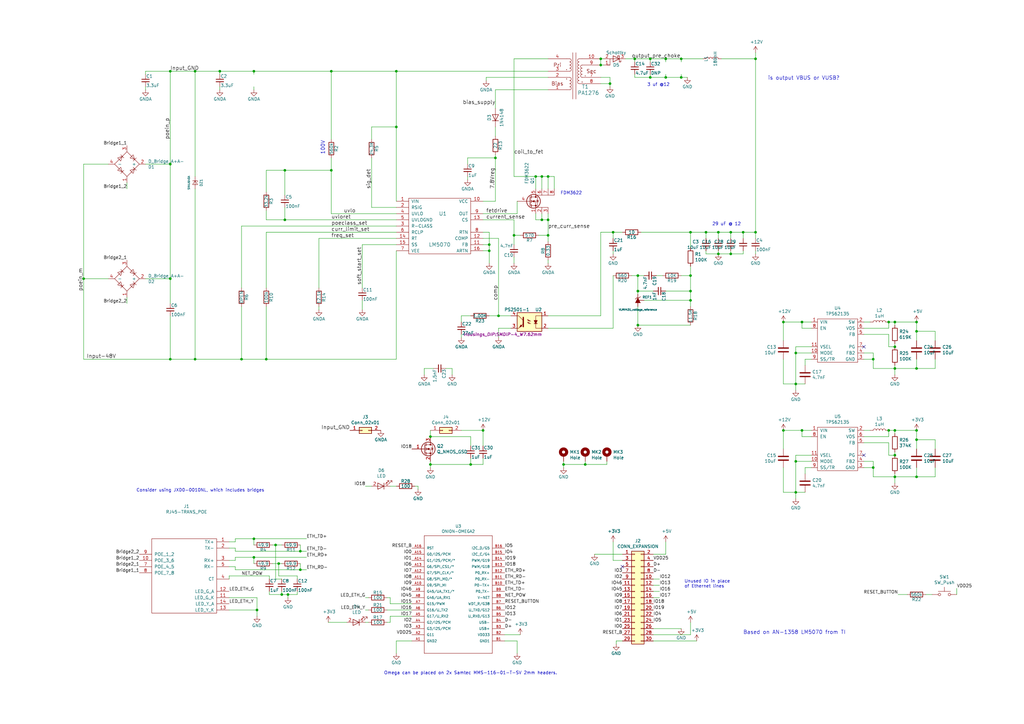
<source format=kicad_sch>
(kicad_sch (version 20230121) (generator eeschema)
  (paper "A3")
  (title_block (date "26 feb 2015"))
  (junction (at 200.66 100.33))
  (junction (at 162.56 52.07))
  (junction (at 224.79 72.39))
  (junction (at 367.03 195.58))
  (junction (at 375.92 132.08))
  (junction (at 309.88 24.13))
  (junction (at 224.79 96.52))
  (junction (at 283.21 119.38))
  (junction (at 326.39 144.78))
  (junction (at 69.85 67.31))
  (junction (at 260.35 24.13))
  (junction (at 113.03 223.52))
  (junction (at 364.49 132.08))
  (junction (at 375.92 195.58))
  (junction (at 299.72 95.25))
  (junction (at 328.93 132.08))
  (junction (at 367.03 186.69))
  (junction (at 115.57 243.84))
  (junction (at 240.03 190.5))
  (junction (at 358.14 147.32))
  (junction (at 69.85 114.3))
  (junction (at 304.8 95.25))
  (junction (at 326.39 189.23))
  (junction (at 222.25 72.39))
  (junction (at 246.38 26.67))
  (junction (at 90.17 29.21))
  (junction (at 176.53 179.07))
  (junction (at 283.21 123.19))
  (junction (at 246.38 24.13))
  (junction (at 135.89 29.21))
  (junction (at 289.56 95.25))
  (junction (at 219.71 72.39))
  (junction (at 375.92 135.89))
  (junction (at 299.72 104.14))
  (junction (at 231.14 190.5))
  (junction (at 162.56 29.21))
  (junction (at 273.05 24.13))
  (junction (at 261.62 113.03))
  (junction (at 364.49 176.53))
  (junction (at 105.41 250.19))
  (junction (at 176.53 190.5))
  (junction (at 210.82 96.52))
  (junction (at 200.66 102.87))
  (junction (at 104.14 29.21))
  (junction (at 309.88 95.25))
  (junction (at 250.19 34.29))
  (junction (at 367.03 132.08))
  (junction (at 114.3 231.14))
  (junction (at 328.93 176.53))
  (junction (at 261.62 119.38))
  (junction (at 375.92 176.53))
  (junction (at 224.79 90.17))
  (junction (at 294.64 104.14))
  (junction (at 104.14 228.6))
  (junction (at 279.4 24.13))
  (junction (at 266.7 24.13))
  (junction (at 104.14 220.98))
  (junction (at 135.89 69.85))
  (junction (at 69.85 29.21))
  (junction (at 367.03 176.53))
  (junction (at 367.03 142.24))
  (junction (at 109.22 147.32))
  (junction (at 34.29 114.3))
  (junction (at 261.62 133.35))
  (junction (at 204.47 129.54))
  (junction (at 69.85 147.32))
  (junction (at 222.25 90.17))
  (junction (at 80.01 29.21))
  (junction (at 326.39 157.48))
  (junction (at 283.21 113.03))
  (junction (at 116.84 69.85))
  (junction (at 326.39 201.93))
  (junction (at 273.05 31.75))
  (junction (at 321.31 132.08))
  (junction (at 266.7 31.75))
  (junction (at 358.14 191.77))
  (junction (at 123.19 233.68))
  (junction (at 367.03 151.13))
  (junction (at 279.4 31.75))
  (junction (at 123.19 226.06))
  (junction (at 375.92 151.13))
  (junction (at 116.84 90.17))
  (junction (at 321.31 176.53))
  (junction (at 193.04 190.5))
  (junction (at 283.21 95.25))
  (junction (at 118.11 243.84))
  (junction (at 80.01 147.32))
  (junction (at 203.2 64.77))
  (junction (at 198.12 176.53))
  (junction (at 251.46 95.25))
  (junction (at 375.92 180.34))
  (junction (at 294.64 95.25))
  (junction (at 99.06 147.32))
  (no_connect (at 354.33 142.24))
  (no_connect (at 255.27 232.41))
  (no_connect (at 354.33 186.69))
  (wire (pts (xy 212.09 262.89) (xy 212.09 267.97)))
  (wire (pts (xy 309.88 102.87) (xy 309.88 104.14)))
  (wire (pts (xy 354.33 144.78) (xy 358.14 144.78)))
  (wire (pts (xy 326.39 142.24) (xy 326.39 144.78)))
  (wire (pts (xy 279.4 24.13) (xy 279.4 25.4)))
  (wire (pts (xy 354.33 134.62) (xy 364.49 134.62)))
  (wire (pts (xy 134.62 255.27) (xy 142.24 255.27)))
  (wire (pts (xy 176.53 190.5) (xy 176.53 191.77)))
  (wire (pts (xy 358.14 195.58) (xy 367.03 195.58)))
  (wire (pts (xy 266.7 30.48) (xy 266.7 31.75)))
  (wire (pts (xy 207.01 260.35) (xy 213.36 260.35)))
  (wire (pts (xy 114.3 231.14) (xy 114.3 236.22)))
  (wire (pts (xy 332.74 144.78) (xy 326.39 144.78)))
  (wire (pts (xy 109.22 118.11) (xy 109.22 95.25)))
  (wire (pts (xy 326.39 144.78) (xy 326.39 157.48)))
  (wire (pts (xy 326.39 157.48) (xy 330.2 157.48)))
  (wire (pts (xy 375.92 180.34) (xy 383.54 180.34)))
  (wire (pts (xy 210.82 96.52) (xy 210.82 100.33)))
  (wire (pts (xy 330.2 191.77) (xy 330.2 194.31)))
  (wire (pts (xy 328.93 134.62) (xy 328.93 132.08)))
  (wire (pts (xy 203.2 36.83) (xy 224.79 36.83)))
  (wire (pts (xy 364.49 181.61) (xy 354.33 181.61)))
  (wire (pts (xy 151.13 245.11) (xy 149.86 245.11)))
  (wire (pts (xy 289.56 95.25) (xy 294.64 95.25)))
  (wire (pts (xy 252.73 262.89) (xy 255.27 262.89)))
  (wire (pts (xy 219.71 87.63) (xy 219.71 90.17)))
  (wire (pts (xy 246.38 24.13) (xy 246.38 26.67)))
  (wire (pts (xy 109.22 86.36) (xy 109.22 90.17)))
  (wire (pts (xy 212.09 87.63) (xy 212.09 82.55)))
  (wire (pts (xy 171.45 199.39) (xy 171.45 200.66)))
  (wire (pts (xy 152.4 52.07) (xy 162.56 52.07)))
  (wire (pts (xy 375.92 180.34) (xy 375.92 184.15)))
  (wire (pts (xy 321.31 139.7) (xy 321.31 132.08)))
  (wire (pts (xy 375.92 176.53) (xy 375.92 180.34)))
  (wire (pts (xy 375.92 195.58) (xy 375.92 191.77)))
  (wire (pts (xy 152.4 64.77) (xy 152.4 85.09)))
  (wire (pts (xy 123.19 226.06) (xy 125.73 226.06)))
  (wire (pts (xy 330.2 147.32) (xy 330.2 149.86)))
  (wire (pts (xy 162.56 262.89) (xy 162.56 267.97)))
  (wire (pts (xy 199.39 31.75) (xy 224.79 31.75)))
  (wire (pts (xy 367.03 151.13) (xy 367.03 153.67)))
  (wire (pts (xy 294.64 104.14) (xy 289.56 104.14)))
  (wire (pts (xy 294.64 102.87) (xy 294.64 104.14)))
  (wire (pts (xy 123.19 233.68) (xy 125.73 233.68)))
  (wire (pts (xy 170.18 199.39) (xy 171.45 199.39)))
  (wire (pts (xy 383.54 195.58) (xy 375.92 195.58)))
  (wire (pts (xy 193.04 187.96) (xy 193.04 190.5)))
  (wire (pts (xy 309.88 24.13) (xy 309.88 21.59)))
  (wire (pts (xy 203.2 82.55) (xy 198.12 82.55)))
  (wire (pts (xy 309.88 24.13) (xy 309.88 95.25)))
  (wire (pts (xy 304.8 97.79) (xy 304.8 95.25)))
  (wire (pts (xy 326.39 201.93) (xy 326.39 204.47)))
  (wire (pts (xy 267.97 245.11) (xy 270.51 245.11)))
  (wire (pts (xy 93.98 237.49) (xy 93.98 236.22)))
  (wire (pts (xy 326.39 186.69) (xy 326.39 189.23)))
  (wire (pts (xy 273.05 24.13) (xy 279.4 24.13)))
  (wire (pts (xy 198.12 187.96) (xy 198.12 190.5)))
  (wire (pts (xy 185.42 151.13) (xy 185.42 153.67)))
  (wire (pts (xy 273.05 31.75) (xy 279.4 31.75)))
  (wire (pts (xy 246.38 95.25) (xy 251.46 95.25)))
  (wire (pts (xy 261.62 113.03) (xy 261.62 119.38)))
  (wire (pts (xy 115.57 223.52) (xy 113.03 223.52)))
  (wire (pts (xy 224.79 96.52) (xy 224.79 99.06)))
  (wire (pts (xy 246.38 26.67) (xy 247.65 26.67)))
  (wire (pts (xy 283.21 123.19) (xy 283.21 125.73)))
  (wire (pts (xy 114.3 236.22) (xy 121.92 236.22)))
  (wire (pts (xy 321.31 176.53) (xy 328.93 176.53)))
  (wire (pts (xy 80.01 72.39) (xy 80.01 29.21)))
  (wire (pts (xy 118.11 243.84) (xy 118.11 245.11)))
  (wire (pts (xy 96.52 226.06) (xy 123.19 226.06)))
  (wire (pts (xy 283.21 109.22) (xy 283.21 113.03)))
  (wire (pts (xy 93.98 250.19) (xy 105.41 250.19)))
  (wire (pts (xy 250.19 31.75) (xy 250.19 34.29)))
  (wire (pts (xy 251.46 97.79) (xy 251.46 95.25)))
  (wire (pts (xy 99.06 147.32) (xy 109.22 147.32)))
  (wire (pts (xy 367.03 151.13) (xy 367.03 149.86)))
  (wire (pts (xy 203.2 64.77) (xy 203.2 82.55)))
  (wire (pts (xy 160.02 247.65) (xy 168.91 247.65)))
  (wire (pts (xy 367.03 186.69) (xy 367.03 185.42)))
  (wire (pts (xy 283.21 133.35) (xy 261.62 133.35)))
  (wire (pts (xy 210.82 105.41) (xy 210.82 107.95)))
  (wire (pts (xy 267.97 257.81) (xy 279.4 257.81)))
  (wire (pts (xy 367.03 151.13) (xy 375.92 151.13)))
  (wire (pts (xy 203.2 44.45) (xy 203.2 36.83)))
  (wire (pts (xy 93.98 222.25) (xy 96.52 222.25)))
  (wire (pts (xy 148.59 100.33) (xy 162.56 100.33)))
  (wire (pts (xy 367.03 132.08) (xy 364.49 132.08)))
  (wire (pts (xy 294.64 97.79) (xy 294.64 95.25)))
  (wire (pts (xy 104.14 29.21) (xy 135.89 29.21)))
  (wire (pts (xy 283.21 95.25) (xy 289.56 95.25)))
  (wire (pts (xy 176.53 190.5) (xy 193.04 190.5)))
  (wire (pts (xy 160.02 199.39) (xy 162.56 199.39)))
  (wire (pts (xy 295.91 24.13) (xy 309.88 24.13)))
  (wire (pts (xy 135.89 57.15) (xy 135.89 29.21)))
  (wire (pts (xy 113.03 223.52) (xy 113.03 237.49)))
  (wire (pts (xy 115.57 231.14) (xy 114.3 231.14)))
  (wire (pts (xy 294.64 95.25) (xy 299.72 95.25)))
  (wire (pts (xy 250.19 34.29) (xy 250.19 35.56)))
  (wire (pts (xy 104.14 220.98) (xy 125.73 220.98)))
  (wire (pts (xy 267.97 242.57) (xy 270.51 242.57)))
  (wire (pts (xy 332.74 179.07) (xy 328.93 179.07)))
  (wire (pts (xy 227.33 72.39) (xy 224.79 72.39)))
  (wire (pts (xy 273.05 24.13) (xy 273.05 25.4)))
  (wire (pts (xy 289.56 104.14) (xy 289.56 102.87)))
  (wire (pts (xy 162.56 29.21) (xy 224.79 29.21)))
  (wire (pts (xy 279.4 113.03) (xy 283.21 113.03)))
  (wire (pts (xy 273.05 30.48) (xy 273.05 31.75)))
  (wire (pts (xy 224.79 24.13) (xy 210.82 24.13)))
  (wire (pts (xy 149.86 199.39) (xy 152.4 199.39)))
  (wire (pts (xy 200.66 129.54) (xy 204.47 129.54)))
  (wire (pts (xy 246.38 24.13) (xy 247.65 24.13)))
  (wire (pts (xy 189.23 137.16) (xy 189.23 138.43)))
  (wire (pts (xy 96.52 222.25) (xy 96.52 220.98)))
  (wire (pts (xy 246.38 129.54) (xy 224.79 129.54)))
  (wire (pts (xy 321.31 184.15) (xy 321.31 176.53)))
  (wire (pts (xy 251.46 134.62) (xy 251.46 113.03)))
  (wire (pts (xy 116.84 80.01) (xy 116.84 69.85)))
  (wire (pts (xy 52.07 121.92) (xy 52.07 124.46)))
  (wire (pts (xy 104.14 220.98) (xy 104.14 223.52)))
  (wire (pts (xy 332.74 142.24) (xy 326.39 142.24)))
  (wire (pts (xy 173.99 153.67) (xy 173.99 151.13)))
  (wire (pts (xy 93.98 229.87) (xy 96.52 229.87)))
  (wire (pts (xy 176.53 176.53) (xy 176.53 179.07)))
  (wire (pts (xy 193.04 129.54) (xy 189.23 129.54)))
  (wire (pts (xy 224.79 106.68) (xy 224.79 107.95)))
  (wire (pts (xy 109.22 95.25) (xy 162.56 95.25)))
  (wire (pts (xy 367.03 133.35) (xy 367.03 132.08)))
  (wire (pts (xy 354.33 147.32) (xy 358.14 147.32)))
  (wire (pts (xy 252.73 262.89) (xy 252.73 264.16)))
  (wire (pts (xy 283.21 119.38) (xy 283.21 123.19)))
  (wire (pts (xy 251.46 229.87) (xy 255.27 229.87)))
  (wire (pts (xy 375.92 135.89) (xy 383.54 135.89)))
  (wire (pts (xy 364.49 134.62) (xy 364.49 132.08)))
  (wire (pts (xy 251.46 95.25) (xy 255.27 95.25)))
  (wire (pts (xy 34.29 114.3) (xy 34.29 147.32)))
  (wire (pts (xy 148.59 123.19) (xy 148.59 127)))
  (wire (pts (xy 200.66 102.87) (xy 200.66 107.95)))
  (wire (pts (xy 59.69 35.56) (xy 59.69 36.83)))
  (wire (pts (xy 392.43 243.84) (xy 392.43 241.3)))
  (wire (pts (xy 80.01 29.21) (xy 90.17 29.21)))
  (wire (pts (xy 198.12 90.17) (xy 210.82 90.17)))
  (wire (pts (xy 115.57 243.84) (xy 118.11 243.84)))
  (wire (pts (xy 118.11 243.84) (xy 121.92 243.84)))
  (wire (pts (xy 109.22 69.85) (xy 116.84 69.85)))
  (wire (pts (xy 59.69 114.3) (xy 69.85 114.3)))
  (wire (pts (xy 113.03 237.49) (xy 115.57 237.49)))
  (wire (pts (xy 367.03 142.24) (xy 367.03 140.97)))
  (wire (pts (xy 299.72 104.14) (xy 299.72 102.87)))
  (wire (pts (xy 367.03 195.58) (xy 367.03 194.31)))
  (wire (pts (xy 210.82 96.52) (xy 213.36 96.52)))
  (wire (pts (xy 160.02 252.73) (xy 168.91 252.73)))
  (wire (pts (xy 328.93 132.08) (xy 332.74 132.08)))
  (wire (pts (xy 200.66 100.33) (xy 200.66 102.87)))
  (wire (pts (xy 69.85 67.31) (xy 69.85 114.3)))
  (wire (pts (xy 93.98 236.22) (xy 110.49 236.22)))
  (wire (pts (xy 379.73 243.84) (xy 382.27 243.84)))
  (wire (pts (xy 364.49 179.07) (xy 364.49 176.53)))
  (wire (pts (xy 326.39 201.93) (xy 330.2 201.93)))
  (wire (pts (xy 210.82 72.39) (xy 219.71 72.39)))
  (wire (pts (xy 368.3 243.84) (xy 372.11 243.84)))
  (wire (pts (xy 222.25 72.39) (xy 224.79 72.39)))
  (wire (pts (xy 332.74 147.32) (xy 330.2 147.32)))
  (wire (pts (xy 204.47 134.62) (xy 204.47 138.43)))
  (wire (pts (xy 283.21 113.03) (xy 283.21 119.38)))
  (wire (pts (xy 332.74 134.62) (xy 328.93 134.62)))
  (wire (pts (xy 273.05 227.33) (xy 273.05 222.25)))
  (wire (pts (xy 354.33 189.23) (xy 358.14 189.23)))
  (wire (pts (xy 383.54 135.89) (xy 383.54 139.7)))
  (wire (pts (xy 209.55 134.62) (xy 204.47 134.62)))
  (wire (pts (xy 200.66 100.33) (xy 198.12 100.33)))
  (wire (pts (xy 104.14 228.6) (xy 125.73 228.6)))
  (wire (pts (xy 246.38 95.25) (xy 246.38 129.54)))
  (wire (pts (xy 135.89 69.85) (xy 135.89 87.63)))
  (wire (pts (xy 160.02 255.27) (xy 158.75 255.27)))
  (wire (pts (xy 160.02 247.65) (xy 160.02 245.11)))
  (wire (pts (xy 96.52 228.6) (xy 104.14 228.6)))
  (wire (pts (xy 246.38 31.75) (xy 250.19 31.75)))
  (wire (pts (xy 328.93 176.53) (xy 332.74 176.53)))
  (wire (pts (xy 240.03 190.5) (xy 248.92 190.5)))
  (wire (pts (xy 160.02 245.11) (xy 158.75 245.11)))
  (wire (pts (xy 224.79 77.47) (xy 224.79 72.39)))
  (wire (pts (xy 204.47 97.79) (xy 204.47 129.54)))
  (wire (pts (xy 299.72 97.79) (xy 299.72 95.25)))
  (wire (pts (xy 96.52 233.68) (xy 123.19 233.68)))
  (wire (pts (xy 224.79 90.17) (xy 224.79 96.52)))
  (wire (pts (xy 198.12 97.79) (xy 204.47 97.79)))
  (wire (pts (xy 354.33 191.77) (xy 358.14 191.77)))
  (wire (pts (xy 279.4 31.75) (xy 279.4 30.48)))
  (wire (pts (xy 203.2 64.77) (xy 191.77 64.77)))
  (wire (pts (xy 332.74 189.23) (xy 326.39 189.23)))
  (wire (pts (xy 110.49 237.49) (xy 110.49 236.22)))
  (wire (pts (xy 105.41 245.11) (xy 93.98 245.11)))
  (wire (pts (xy 116.84 69.85) (xy 135.89 69.85)))
  (wire (pts (xy 80.01 77.47) (xy 80.01 147.32)))
  (wire (pts (xy 231.14 190.5) (xy 240.03 190.5)))
  (wire (pts (xy 367.03 176.53) (xy 375.92 176.53)))
  (wire (pts (xy 152.4 85.09) (xy 162.56 85.09)))
  (wire (pts (xy 52.07 74.93) (xy 52.07 77.47)))
  (wire (pts (xy 222.25 87.63) (xy 222.25 90.17)))
  (wire (pts (xy 219.71 72.39) (xy 222.25 72.39)))
  (wire (pts (xy 222.25 90.17) (xy 224.79 90.17)))
  (wire (pts (xy 358.14 191.77) (xy 358.14 195.58)))
  (wire (pts (xy 110.49 243.84) (xy 115.57 243.84)))
  (wire (pts (xy 375.92 135.89) (xy 375.92 139.7)))
  (wire (pts (xy 198.12 176.53) (xy 189.23 176.53)))
  (wire (pts (xy 168.91 262.89) (xy 162.56 262.89)))
  (wire (pts (xy 96.52 220.98) (xy 104.14 220.98)))
  (wire (pts (xy 367.03 186.69) (xy 364.49 186.69)))
  (wire (pts (xy 104.14 228.6) (xy 104.14 231.14)))
  (wire (pts (xy 261.62 119.38) (xy 261.62 120.65)))
  (wire (pts (xy 321.31 132.08) (xy 328.93 132.08)))
  (wire (pts (xy 279.4 31.75) (xy 281.94 31.75)))
  (wire (pts (xy 367.03 176.53) (xy 364.49 176.53)))
  (wire (pts (xy 279.4 24.13) (xy 288.29 24.13)))
  (wire (pts (xy 224.79 87.63) (xy 224.79 90.17)))
  (wire (pts (xy 256.54 24.13) (xy 260.35 24.13)))
  (wire (pts (xy 162.56 29.21) (xy 162.56 52.07)))
  (wire (pts (xy 191.77 64.77) (xy 191.77 67.31)))
  (wire (pts (xy 93.98 224.79) (xy 96.52 224.79)))
  (wire (pts (xy 383.54 151.13) (xy 375.92 151.13)))
  (wire (pts (xy 269.24 113.03) (xy 271.78 113.03)))
  (wire (pts (xy 222.25 72.39) (xy 222.25 77.47)))
  (wire (pts (xy 69.85 129.54) (xy 69.85 147.32)))
  (wire (pts (xy 304.8 95.25) (xy 309.88 95.25)))
  (wire (pts (xy 44.45 67.31) (xy 34.29 67.31)))
  (wire (pts (xy 358.14 147.32) (xy 358.14 151.13)))
  (wire (pts (xy 105.41 250.19) (xy 105.41 252.73)))
  (wire (pts (xy 198.12 95.25) (xy 200.66 95.25)))
  (wire (pts (xy 227.33 72.39) (xy 227.33 77.47)))
  (wire (pts (xy 260.35 24.13) (xy 260.35 25.4)))
  (wire (pts (xy 358.14 151.13) (xy 367.03 151.13)))
  (wire (pts (xy 266.7 24.13) (xy 266.7 25.4)))
  (wire (pts (xy 198.12 87.63) (xy 212.09 87.63)))
  (wire (pts (xy 383.54 180.34) (xy 383.54 184.15)))
  (wire (pts (xy 260.35 30.48) (xy 260.35 31.75)))
  (wire (pts (xy 34.29 147.32) (xy 69.85 147.32)))
  (wire (pts (xy 309.88 97.79) (xy 309.88 95.25)))
  (wire (pts (xy 104.14 30.48) (xy 104.14 29.21)))
  (wire (pts (xy 246.38 34.29) (xy 250.19 34.29)))
  (wire (pts (xy 130.81 125.73) (xy 130.81 127)))
  (wire (pts (xy 255.27 227.33) (xy 243.84 227.33)))
  (wire (pts (xy 90.17 35.56) (xy 90.17 36.83)))
  (wire (pts (xy 90.17 29.21) (xy 104.14 29.21)))
  (wire (pts (xy 367.03 177.8) (xy 367.03 176.53)))
  (wire (pts (xy 267.97 262.89) (xy 285.75 262.89)))
  (wire (pts (xy 104.14 35.56) (xy 104.14 36.83)))
  (wire (pts (xy 219.71 90.17) (xy 222.25 90.17)))
  (wire (pts (xy 123.19 223.52) (xy 123.19 226.06)))
  (wire (pts (xy 267.97 237.49) (xy 270.51 237.49)))
  (wire (pts (xy 199.39 33.02) (xy 199.39 31.75)))
  (wire (pts (xy 176.53 189.23) (xy 176.53 190.5)))
  (wire (pts (xy 259.08 113.03) (xy 261.62 113.03)))
  (wire (pts (xy 283.21 101.6) (xy 283.21 95.25)))
  (wire (pts (xy 173.99 151.13) (xy 177.8 151.13)))
  (wire (pts (xy 109.22 69.85) (xy 109.22 78.74)))
  (wire (pts (xy 367.03 132.08) (xy 375.92 132.08)))
  (wire (pts (xy 383.54 147.32) (xy 383.54 151.13)))
  (wire (pts (xy 116.84 85.09) (xy 116.84 90.17)))
  (wire (pts (xy 69.85 114.3) (xy 69.85 124.46)))
  (wire (pts (xy 375.92 132.08) (xy 375.92 135.89)))
  (wire (pts (xy 69.85 29.21) (xy 69.85 67.31)))
  (wire (pts (xy 149.86 255.27) (xy 151.13 255.27)))
  (wire (pts (xy 162.56 147.32) (xy 162.56 102.87)))
  (wire (pts (xy 198.12 176.53) (xy 198.12 182.88)))
  (wire (pts (xy 121.92 242.57) (xy 121.92 243.84)))
  (wire (pts (xy 267.97 227.33) (xy 273.05 227.33)))
  (wire (pts (xy 69.85 147.32) (xy 80.01 147.32)))
  (wire (pts (xy 383.54 191.77) (xy 383.54 195.58)))
  (wire (pts (xy 267.97 240.03) (xy 270.51 240.03)))
  (wire (pts (xy 90.17 30.48) (xy 90.17 29.21)))
  (wire (pts (xy 326.39 201.93) (xy 321.31 201.93)))
  (wire (pts (xy 109.22 90.17) (xy 116.84 90.17)))
  (wire (pts (xy 354.33 179.07) (xy 364.49 179.07)))
  (wire (pts (xy 267.97 119.38) (xy 261.62 119.38)))
  (wire (pts (xy 69.85 29.21) (xy 80.01 29.21)))
  (wire (pts (xy 105.41 245.11) (xy 105.41 250.19)))
  (wire (pts (xy 332.74 186.69) (xy 326.39 186.69)))
  (wire (pts (xy 294.64 104.14) (xy 299.72 104.14)))
  (wire (pts (xy 152.4 57.15) (xy 152.4 52.07)))
  (wire (pts (xy 364.49 142.24) (xy 364.49 137.16)))
  (wire (pts (xy 364.49 186.69) (xy 364.49 181.61)))
  (wire (pts (xy 354.33 132.08) (xy 356.87 132.08)))
  (wire (pts (xy 299.72 95.25) (xy 304.8 95.25)))
  (wire (pts (xy 135.89 29.21) (xy 162.56 29.21)))
  (wire (pts (xy 96.52 232.41) (xy 96.52 233.68)))
  (wire (pts (xy 264.16 123.19) (xy 283.21 123.19)))
  (wire (pts (xy 273.05 119.38) (xy 283.21 119.38)))
  (wire (pts (xy 332.74 191.77) (xy 330.2 191.77)))
  (wire (pts (xy 59.69 29.21) (xy 69.85 29.21)))
  (wire (pts (xy 375.92 151.13) (xy 375.92 147.32)))
  (wire (pts (xy 260.35 24.13) (xy 266.7 24.13)))
  (wire (pts (xy 328.93 179.07) (xy 328.93 176.53)))
  (wire (pts (xy 158.75 250.19) (xy 168.91 250.19)))
  (wire (pts (xy 210.82 24.13) (xy 210.82 72.39)))
  (wire (pts (xy 59.69 30.48) (xy 59.69 29.21)))
  (wire (pts (xy 326.39 189.23) (xy 326.39 201.93)))
  (wire (pts (xy 96.52 229.87) (xy 96.52 228.6)))
  (wire (pts (xy 111.76 223.52) (xy 113.03 223.52)))
  (wire (pts (xy 193.04 179.07) (xy 193.04 182.88)))
  (wire (pts (xy 326.39 157.48) (xy 326.39 160.02)))
  (wire (pts (xy 364.49 137.16) (xy 354.33 137.16)))
  (wire (pts (xy 182.88 151.13) (xy 185.42 151.13)))
  (wire (pts (xy 200.66 102.87) (xy 198.12 102.87)))
  (wire (pts (xy 109.22 147.32) (xy 162.56 147.32)))
  (wire (pts (xy 283.21 260.35) (xy 283.21 255.27)))
  (wire (pts (xy 160.02 252.73) (xy 160.02 255.27)))
  (wire (pts (xy 59.69 67.31) (xy 69.85 67.31)))
  (wire (pts (xy 203.2 63.5) (xy 203.2 64.77)))
  (wire (pts (xy 135.89 64.77) (xy 135.89 69.85)))
  (wire (pts (xy 203.2 52.07) (xy 203.2 55.88)))
  (wire (pts (xy 148.59 118.11) (xy 148.59 100.33)))
  (wire (pts (xy 240.03 190.5) (xy 240.03 189.23)))
  (wire (pts (xy 251.46 222.25) (xy 251.46 229.87)))
  (wire (pts (xy 176.53 179.07) (xy 193.04 179.07)))
  (wire (pts (xy 191.77 72.39) (xy 191.77 73.66)))
  (wire (pts (xy 304.8 104.14) (xy 304.8 102.87)))
  (wire (pts (xy 115.57 242.57) (xy 115.57 243.84)))
  (wire (pts (xy 321.31 201.93) (xy 321.31 191.77)))
  (wire (pts (xy 358.14 189.23) (xy 358.14 191.77)))
  (wire (pts (xy 326.39 157.48) (xy 321.31 157.48)))
  (wire (pts (xy 99.06 92.71) (xy 162.56 92.71)))
  (wire (pts (xy 130.81 97.79) (xy 162.56 97.79)))
  (wire (pts (xy 267.97 260.35) (xy 283.21 260.35)))
  (wire (pts (xy 93.98 232.41) (xy 96.52 232.41)))
  (wire (pts (xy 262.89 95.25) (xy 283.21 95.25)))
  (wire (pts (xy 220.98 96.52) (xy 224.79 96.52)))
  (wire (pts (xy 109.22 125.73) (xy 109.22 147.32)))
  (wire (pts (xy 224.79 134.62) (xy 251.46 134.62)))
  (wire (pts (xy 367.03 142.24) (xy 364.49 142.24)))
  (wire (pts (xy 266.7 24.13) (xy 273.05 24.13)))
  (wire (pts (xy 151.13 250.19) (xy 149.86 250.19)))
  (wire (pts (xy 116.84 90.17) (xy 162.56 90.17)))
  (wire (pts (xy 251.46 102.87) (xy 251.46 104.14)))
  (wire (pts (xy 44.45 114.3) (xy 34.29 114.3)))
  (wire (pts (xy 367.03 195.58) (xy 375.92 195.58)))
  (wire (pts (xy 321.31 157.48) (xy 321.31 147.32)))
  (wire (pts (xy 99.06 125.73) (xy 99.06 147.32)))
  (wire (pts (xy 210.82 90.17) (xy 210.82 96.52)))
  (wire (pts (xy 207.01 262.89) (xy 212.09 262.89)))
  (wire (pts (xy 367.03 195.58) (xy 367.03 198.12)))
  (wire (pts (xy 204.47 129.54) (xy 209.55 129.54)))
  (wire (pts (xy 121.92 236.22) (xy 121.92 237.49)))
  (wire (pts (xy 354.33 176.53) (xy 356.87 176.53)))
  (wire (pts (xy 231.14 189.23) (xy 231.14 190.5)))
  (wire (pts (xy 219.71 72.39) (xy 219.71 77.47)))
  (wire (pts (xy 231.14 190.5) (xy 231.14 191.77)))
  (wire (pts (xy 358.14 144.78) (xy 358.14 147.32)))
  (wire (pts (xy 99.06 118.11) (xy 99.06 92.71)))
  (wire (pts (xy 110.49 242.57) (xy 110.49 243.84)))
  (wire (pts (xy 261.62 113.03) (xy 264.16 113.03)))
  (wire (pts (xy 260.35 31.75) (xy 266.7 31.75)))
  (wire (pts (xy 135.89 87.63) (xy 162.56 87.63)))
  (wire (pts (xy 80.01 147.32) (xy 99.06 147.32)))
  (wire (pts (xy 261.62 133.35) (xy 261.62 125.73)))
  (wire (pts (xy 34.29 67.31) (xy 34.29 114.3)))
  (wire (pts (xy 111.76 231.14) (xy 114.3 231.14)))
  (wire (pts (xy 130.81 118.11) (xy 130.81 97.79)))
  (wire (pts (xy 200.66 95.25) (xy 200.66 100.33)))
  (wire (pts (xy 162.56 52.07) (xy 162.56 82.55)))
  (wire (pts (xy 289.56 97.79) (xy 289.56 95.25)))
  (wire (pts (xy 299.72 104.14) (xy 304.8 104.14)))
  (wire (pts (xy 248.92 190.5) (xy 248.92 189.23)))
  (wire (pts (xy 266.7 31.75) (xy 273.05 31.75)))
  (wire (pts (xy 96.52 224.79) (xy 96.52 226.06)))
  (wire (pts (xy 198.12 190.5) (xy 193.04 190.5)))
  (wire (pts (xy 189.23 129.54) (xy 189.23 132.08)))
  (wire (pts (xy 123.19 231.14) (xy 123.19 233.68)))
  (text "Omega can be placed on 2x Samtec MMS-116-01-T-SV 2mm headers." (at 157.48 276.86 0) (effects (font (size 1.27 1.27)) (justify left bottom)))
  (text "FDM3622" (at 229.87 80.01 0) (effects (font (size 1.27 1.27)) (justify left bottom)))
  (text "Consider using JXD0-0010NL, which includes bridges" (at 55.88 201.93 0) (effects (font (size 1.27 1.27)) (justify left bottom)))
  (text "100V" (at 133.35 63.5 90) (effects (font (size 1.524 1.524)) (justify left bottom)))
  (text "Based on AN-1358 LM5070 from TI" (at 304.8 260.35 0) (effects (font (size 1.524 1.524)) (justify left bottom)))
  (text "is output VBUS or VUSB?\n" (at 314.96 33.02 0) (effects (font (size 1.524 1.524)) (justify left bottom)))
  (text "Unused IO in place \nof Ethernet lines" (at 280.67 241.3 0) (effects (font (size 1.27 1.27)) (justify left bottom)))
  (text "3 uf @12" (at 265.43 35.56 0) (effects (font (size 1.27 1.27)) (justify left bottom)))
  (text "29 uF @ 12" (at 292.1 92.71 0) (effects (font (size 1.27 1.27)) (justify left bottom)))
  (label "ETH_TD-" (at 125.73 226.06 0))
  (label "7.8Vreg" (at 203.2 77.47 90) (effects (font (size 1.524 1.524))))
  (label "IO45" (at 168.91 245.11 180))
  (label "IO7" (at 168.91 234.95 180))
  (label "IO16" (at 168.91 250.19 180))
  (label "IO3" (at 168.91 257.81 180))
  (label "VDD25" (at 392.43 241.3 0))
  (label "IO13" (at 207.01 252.73 0))
  (label "IO8" (at 168.91 237.49 180))
  (label "IO4" (at 267.97 252.73 0))
  (label "ETH_RD+" (at 207.01 234.95 0))
  (label "output_pre_choke" (at 259.08 24.13 0) (effects (font (size 1.524 1.524))))
  (label "D-" (at 207.01 255.27 0))
  (label "IO1" (at 255.27 255.27 180))
  (label "RESET_B" (at 255.27 260.35 180))
  (label "Bridge2_1" (at 57.15 232.41 180))
  (label "IO0" (at 255.27 257.81 180))
  (label "ETH_TD-" (at 207.01 242.57 0))
  (label "RESET_B" (at 168.91 224.79 180))
  (label "LED_ETH_Y" (at 149.86 250.19 180))
  (label "ETH_RD-" (at 207.01 237.49 0))
  (label "Bridge1_2" (at 57.15 229.87 180))
  (label "IO0" (at 168.91 227.33 180))
  (label "IO19" (at 267.97 250.19 0))
  (label "Bridge1_2" (at 52.07 77.47 180))
  (label "IO9" (at 255.27 245.11 180))
  (label "IO19" (at 207.01 229.87 0))
  (label "current_sense" (at 199.39 90.17 0) (effects (font (size 1.524 1.524))))
  (label "RESET_BUTTON" (at 207.01 247.65 0))
  (label "sig_det" (at 152.4 77.47 90) (effects (font (size 1.524 1.524))))
  (label "uvlo" (at 140.97 87.63 0) (effects (font (size 1.524 1.524))))
  (label "IO3" (at 255.27 234.95 180))
  (label "poeclass_set" (at 135.89 92.71 0) (effects (font (size 1.524 1.524))))
  (label "IO5" (at 267.97 255.27 0))
  (label "ETH_RD+" (at 125.73 228.6 0))
  (label "VDD25" (at 267.97 229.87 0))
  (label "curr_limit_set" (at 135.89 95.25 0) (effects (font (size 1.524 1.524))))
  (label "LED_ETH_Y" (at 93.98 247.65 0))
  (label "Bridge2_2" (at 52.07 124.46 180))
  (label "IO15" (at 168.91 247.65 180))
  (label "IO1" (at 168.91 229.87 180))
  (label "LED_ETH_G" (at 149.86 245.11 180))
  (label "IO5" (at 207.01 224.79 0))
  (label "Bridge2_2" (at 57.15 227.33 180))
  (label "pre_curr_sense" (at 224.79 93.98 0) (effects (font (size 1.524 1.524))))
  (label "IO12" (at 270.51 237.49 0))
  (label "Input_GND" (at 143.51 176.53 180) (effects (font (size 1.524 1.524))))
  (label "ETH_TD+" (at 125.73 220.98 0))
  (label "Input_GND" (at 69.85 29.21 0) (effects (font (size 1.524 1.524))))
  (label "D+" (at 267.97 232.41 0))
  (label "Bridge2_1" (at 52.07 106.68 180))
  (label "Input-48V" (at 35.56 147.32 0) (effects (font (size 1.524 1.524))))
  (label "IO17" (at 168.91 252.73 180))
  (label "IO45" (at 255.27 242.57 180))
  (label "IO46" (at 168.91 242.57 180))
  (label "IO4" (at 207.01 227.33 0))
  (label "IO46" (at 255.27 240.03 180))
  (label "VDD25" (at 168.91 260.35 180))
  (label "IO8" (at 255.27 247.65 180))
  (label "IO18" (at 267.97 247.65 0))
  (label "bias_supply" (at 203.2 43.18 180) (effects (font (size 1.524 1.524))))
  (label "IO6" (at 255.27 252.73 180))
  (label "NET_POW" (at 99.06 236.22 0))
  (label "D-" (at 267.97 234.95 0))
  (label "LED_ETH_G" (at 93.98 242.57 0))
  (label "IO18" (at 149.86 199.39 180))
  (label "IO9" (at 168.91 240.03 180))
  (label "Bridge1_1" (at 52.07 59.69 180))
  (label "IO2" (at 255.27 237.49 180))
  (label "poein_p" (at 69.85 57.15 90) (effects (font (size 1.524 1.524))))
  (label "D+" (at 207.01 257.81 0))
  (label "IO18" (at 168.91 184.15 180))
  (label "IO2" (at 168.91 255.27 180))
  (label "freq_set" (at 135.89 97.79 0) (effects (font (size 1.524 1.524))))
  (label "IO7" (at 255.27 250.19 180))
  (label "NET_POW" (at 207.01 245.11 0))
  (label "IO13" (at 270.51 240.03 0))
  (label "uvloret" (at 135.89 90.17 0) (effects (font (size 1.524 1.524))))
  (label "ETH_TD+" (at 207.01 240.03 0))
  (label "soft_start_set" (at 148.59 116.84 90) (effects (font (size 1.524 1.524))))
  (label "comp" (at 204.47 123.19 90) (effects (font (size 1.524 1.524))))
  (label "IO6" (at 168.91 232.41 180))
  (label "IO16" (at 270.51 242.57 0))
  (label "IO18" (at 207.01 232.41 0))
  (label "poein_m" (at 34.29 119.38 90) (effects (font (size 1.524 1.524))))
  (label "IO12" (at 207.01 250.19 0))
  (label "fetdrive" (at 199.39 87.63 0) (effects (font (size 1.524 1.524))))
  (label "ETH_RD-" (at 125.73 233.68 0))
  (label "coil_to_fet" (at 210.82 63.5 0) (effects (font (size 1.524 1.524))))
  (label "IO17" (at 270.51 245.11 0))
  (label "RESET_BUTTON" (at 368.3 243.84 180))
  (label "Bridge1_1" (at 57.15 234.95 180))
  (symbol (lib_id "power:GNDA") (at 59.69 36.83 0) (unit 1)
    (property "Reference" "#PWR03" (effects hide))
    (property "Value" "GNDA" (at 59.69 40.64 0))
  )
  (symbol (lib_id "power:GNDA") (at 90.17 36.83 0) (unit 1)
    (property "Reference" "#PWR04" (effects hide))
    (property "Value" "GNDA" (at 90.17 40.64 0))
  )
  (symbol (lib_id "power:GNDA") (at 104.14 36.83 0) (unit 1)
    (property "Reference" "#PWR05" (effects hide))
    (property "Value" "GNDA" (at 104.14 40.64 0))
  )
  (symbol (lib_id "device:C_Small") (at 69.85 127 0) (unit 1)
    (property "Reference" "C6" (at 70.104 125.222 0) (effects (justify left)))
    (property "Value" "100nF" (at 70.104 129.032 0) (effects (justify left)))
    (property "Footprint" "Capacitors_SMD:C_1206" (effects hide))
    (property "Manufacturer" "AVX" (effects hide))
    (property "MPN" "12061C104MAT4A" (effects hide))
  )
  (symbol (lib_id "device:D_Zener_Small") (at 80.01 74.93 270) (unit 1)
    (property "Reference" "DZ1" (at 82.55 74.93 0) (effects (font (size 1.016 1.016))))
    (property "Value" "SMAJ640A" (at 77.47 74.93 0) (effects (font (size 0.762 0.762))))
    (property "Footprint" "Diodes_SMD:D_SOD-123F" (effects hide))
    (property "Manufacturer" "Littelfuse" (effects hide))
    (property "MPN" "SMF4L60A" (effects hide))
  )
  (symbol (lib_id "OldBoard:LM7050-50") (at 181.61 97.79 0) (unit 1)
    (property "Reference" "U1" (at 181.61 87.63 0) (effects (font (size 1.524 1.524))))
    (property "Value" "LM5070" (at 180.34 100.33 0) (effects (font (size 1.524 1.524))))
    (property "Footprint" "Housings_SSOP:TSSOP-16_4.4x5mm_Pitch0.65mm" (effects hide))
    (property "Manufacturer" "Texas Instruments" (effects hide))
    (property "MPN" "LM5070MTCX-50" (effects hide))
  )
  (symbol (lib_id "device:R") (at 109.22 82.55 0) (unit 1)
    (property "Reference" "R3" (at 111.252 82.55 90))
    (property "Value" "33.2k" (at 109.22 82.55 90))
    (property "Footprint" "Resistors_SMD:R_0402" (effects hide))
    (property "Manufacturer" "Yageo" (effects hide))
    (property "MPN" "AC0402FR-0733K2L" (effects hide))
  )
  (symbol (lib_id "device:R") (at 135.89 60.96 0) (unit 1)
    (property "Reference" "R2" (at 137.922 60.96 90))
    (property "Value" "560k" (at 135.89 60.96 90))
    (property "Footprint" "Resistors_SMD:R_0603" (effects hide))
    (property "Manufacturer" "Macrofab" (effects hide))
    (property "MPN" "MF-RES-0603-560K" (effects hide))
  )
  (symbol (lib_id "device:R") (at 99.06 121.92 0) (unit 1)
    (property "Reference" "R6" (at 101.092 121.92 90))
    (property "Value" "OPEN" (at 99.06 121.92 90))
    (property "Footprint" "Resistors_SMD:R_0402" (effects hide))
  )
  (symbol (lib_id "device:R") (at 109.22 121.92 0) (unit 1)
    (property "Reference" "R10" (at 111.252 121.92 90))
    (property "Value" "100k" (at 109.22 121.92 90))
    (property "Footprint" "Resistors_SMD:R_0402" (effects hide))
    (property "Manufacturer" "Macrofab" (effects hide))
    (property "MPN" "MF-RES-0402-100K" (effects hide))
  )
  (symbol (lib_id "device:R") (at 130.81 121.92 0) (unit 1)
    (property "Reference" "R14" (at 132.842 121.92 90))
    (property "Value" "12.1k" (at 130.81 121.92 90))
    (property "Footprint" "Resistors_SMD:R_0402" (effects hide))
    (property "Manufacturer" "Vishay" (effects hide))
    (property "MPN" "AC0402FR-0712K1L" (effects hide))
  )
  (symbol (lib_id "device:C_Small") (at 148.59 120.65 0) (unit 1)
    (property "Reference" "C11" (at 148.844 118.872 0) (effects (justify left)))
    (property "Value" "100nF" (at 148.844 122.682 0) (effects (justify left)))
    (property "Footprint" "Capacitors_SMD:C_0402" (effects hide))
    (property "Manufacturer" "Macrofab" (effects hide))
    (property "MPN" "MF-CAP-0402-0.1uF" (effects hide))
    (property "CPL" "CPL-CAP-X7R-0402-100NF-16V" (effects hide))
  )
  (symbol (lib_id "power:GNDA") (at 130.81 127 0) (unit 1)
    (property "Reference" "#PWR06" (effects hide))
    (property "Value" "GNDA" (at 130.81 130.81 0))
  )
  (symbol (lib_id "power:GNDA") (at 148.59 127 0) (unit 1)
    (property "Reference" "#PWR07" (effects hide))
    (property "Value" "GNDA" (at 148.59 130.81 0))
  )
  (symbol (lib_id "OldBoard:PA1269") (at 240.03 41.91 0) (unit 1)
    (property "Reference" "T1" (at 240.03 35.56 0) (effects (font (size 1.524 1.524))))
    (property "Value" "PA1276" (at 241.3 38.1 0) (effects (font (size 1.524 1.524))))
    (property "Footprint" "lib_fp:Pulse_PA1269" (effects hide))
    (property "Manufacturer" "Coilcraft" (effects hide))
    (property "MPN" "C1586" (effects hide))
  )
  (symbol (lib_id "device:D") (at 203.2 48.26 90) (unit 1)
    (property "Reference" "D3" (at 200.66 48.26 0))
    (property "Value" "1N4148" (at 205.74 48.26 0))
    (property "Footprint" "Diodes_SMD:D_SOD-123" (effects hide))
    (property "Manufacturer" "Macrofab" (effects hide))
    (property "MPN" "MF-DIO-SOD123-1N4148" (effects hide))
  )
  (symbol (lib_id "device:R") (at 203.2 59.69 0) (unit 1)
    (property "Reference" "R13" (at 205.232 59.69 90))
    (property "Value" "22" (at 203.2 59.69 90))
    (property "Footprint" "Resistors_SMD:R_0402" (effects hide))
    (property "Manufacturer" "Macrofab" (effects hide))
    (property "MPN" "MF-RES-0402-22" (effects hide))
  )
  (symbol (lib_id "power:GNDA") (at 199.39 33.02 0) (unit 1)
    (property "Reference" "#PWR08" (effects hide))
    (property "Value" "GNDA" (at 199.39 36.83 0))
  )
  (symbol (lib_id "power:GNDA") (at 191.77 73.66 0) (unit 1)
    (property "Reference" "#PWR09" (effects hide))
    (property "Value" "GNDA" (at 191.77 77.47 0))
  )
  (symbol (lib_id "device:R") (at 224.79 102.87 180) (unit 1)
    (property "Reference" "R8" (at 222.758 102.87 90))
    (property "Value" "0.33" (at 224.79 102.87 90))
    (property "Footprint" "Resistors_SMD:R_0805" (effects hide))
    (property "Manufacturer" "Yageo" (effects hide))
    (property "MPN" "RL0805FR-070R33L" (effects hide))
  )
  (symbol (lib_id "power:GNDA") (at 200.66 107.95 0) (unit 1)
    (property "Reference" "#PWR010" (effects hide))
    (property "Value" "GNDA" (at 200.66 111.76 0))
  )
  (symbol (lib_id "power:GNDA") (at 210.82 107.95 0) (unit 1)
    (property "Reference" "#PWR011" (effects hide))
    (property "Value" "GNDA" (at 210.82 111.76 0))
  )
  (symbol (lib_id "power:GNDA") (at 224.79 107.95 0) (unit 1)
    (property "Reference" "#PWR012" (effects hide))
    (property "Value" "GNDA" (at 224.79 111.76 0))
  )
  (symbol (lib_id "power:GND") (at 250.19 35.56 0) (unit 1)
    (property "Reference" "#PWR013" (effects hide))
    (property "Value" "GND" (at 250.19 39.37 0))
  )
  (symbol (lib_id "device:C_Small") (at 260.35 27.94 0) (unit 1)
    (property "Reference" "C14" (at 260.604 26.162 0) (effects (justify left)))
    (property "Value" "4.7uF" (at 260.604 29.972 0) (effects (justify left)))
    (property "Footprint" "Capacitors_SMD:C_0805" (effects hide))
    (property "Manufacturer" "Taiyo Yuden" (effects hide))
    (property "MPN" "EMK212ABJ475MG-T" (effects hide))
  )
  (symbol (lib_id "power:GND") (at 281.94 31.75 0) (unit 1)
    (property "Reference" "#PWR014" (effects hide))
    (property "Value" "GND" (at 281.94 35.56 0))
  )
  (symbol (lib_id "device:L") (at 292.1 24.13 90) (unit 1)
    (property "Reference" "L1" (at 289.56 24.13 0))
    (property "Value" "180nH" (at 293.37 24.13 0))
    (property "Footprint" "lib_fp:Murata-3000A-series" (effects hide))
    (property "Manufacturer" "Murata" (effects hide))
    (property "MPN" "30201AC" (effects hide))
  )
  (symbol (lib_id "OldBoard:PS2501-1") (at 217.17 132.08 0) (mirror y) (unit 1)
    (property "Reference" "U2" (at 222.25 127 0) (effects (justify left)))
    (property "Value" "PS2501-1" (at 217.17 127 0) (effects (justify left)))
    (property "Footprint" "Housings_DIP:SMDIP-4_W7.62mm" (at 222.25 137.16 0) (effects (font italic) (justify left)))
    (property "Manufacturer" " " (effects hide))
    (property "MPN" "PS2501L-1" (effects hide))
  )
  (symbol (lib_id "power:GNDA") (at 173.99 153.67 0) (unit 1)
    (property "Reference" "#PWR016" (effects hide))
    (property "Value" "GNDA" (at 173.99 157.48 0))
  )
  (symbol (lib_id "power:GND") (at 185.42 153.67 0) (unit 1)
    (property "Reference" "#PWR017" (effects hide))
    (property "Value" "GND" (at 185.42 157.48 0))
  )
  (symbol (lib_id "device:C_Small") (at 180.34 151.13 270) (unit 1)
    (property "Reference" "C23" (at 182.118 151.384 0) (effects (justify left)))
    (property "Value" "1.5nF" (at 178.308 151.384 0) (effects (justify left)))
    (property "Footprint" "Capacitors_SMD:C_1206" (effects hide))
    (property "Manufacturer" "Yageo" (effects hide))
    (property "MPN" "CC1206KKX7RDBB152" (effects hide))
  )
  (symbol (lib_id "device:C_Small") (at 189.23 134.62 0) (unit 1)
    (property "Reference" "C22" (at 189.484 132.842 0) (effects (justify left)))
    (property "Value" "27nF" (at 189.484 136.652 0) (effects (justify left)))
    (property "Footprint" "Capacitors_SMD:C_0603" (effects hide))
    (property "Manufacturer" "Kemet" (effects hide))
    (property "MPN" "C0603C273K3RACTU" (effects hide))
  )
  (symbol (lib_id "device:C_Small") (at 251.46 100.33 0) (unit 1)
    (property "Reference" "C21" (at 251.714 98.552 0) (effects (justify left)))
    (property "Value" "1uF" (at 251.714 102.362 0) (effects (justify left)))
    (property "Footprint" "Capacitors_SMD:C_0402" (effects hide))
    (property "Manufacturer" "Macrofab" (effects hide))
    (property "MPN" "MF-CAP-0402-1uF" (effects hide))
  )
  (symbol (lib_id "device:R") (at 196.85 129.54 270) (unit 1)
    (property "Reference" "R23" (at 196.85 131.572 90))
    (property "Value" "1.00K" (at 196.85 129.54 90))
    (property "Footprint" "Resistors_SMD:R_0402" (effects hide))
    (property "Manufacturer" "Macrofab" (effects hide))
    (property "MPN" "MF-RES-0402-1K" (effects hide))
  )
  (symbol (lib_id "device:R") (at 259.08 95.25 270) (unit 1)
    (property "Reference" "R16" (at 259.08 97.282 90))
    (property "Value" "10" (at 259.08 95.25 90))
    (property "Footprint" "Resistors_SMD:R_0402" (effects hide))
    (property "Manufacturer" "Macrofab" (effects hide))
    (property "MPN" "MF-RES-0402-10" (effects hide))
  )
  (symbol (lib_id "device:R") (at 255.27 113.03 270) (unit 1)
    (property "Reference" "R20" (at 255.27 115.062 90))
    (property "Value" "560" (at 255.27 113.03 90))
    (property "Footprint" "Resistors_SMD:R_0402" (effects hide))
    (property "Manufacturer" "Macrofab" (effects hide))
    (property "MPN" "MF-RES-0402-560K" (effects hide))
  )
  (symbol (lib_id "device:R") (at 275.59 113.03 270) (unit 1)
    (property "Reference" "R19" (at 275.59 115.062 90))
    (property "Value" "10K" (at 275.59 113.03 90))
    (property "Footprint" "Resistors_SMD:R_0402" (effects hide))
    (property "Manufacturer" "Macrofab" (effects hide))
    (property "MPN" "MF-RES-0402-10K" (effects hide))
  )
  (symbol (lib_id "device:R") (at 283.21 129.54 0) (unit 1)
    (property "Reference" "R18" (at 285.242 129.54 90))
    (property "Value" "11.5K" (at 283.21 129.54 90))
    (property "Footprint" "Resistors_SMD:R_0402" (effects hide))
    (property "Manufacturer" "Yageo" (effects hide))
    (property "MPN" "RC0402FR-0711K5L" (effects hide))
  )
  (symbol (lib_id "device:C_Small") (at 266.7 113.03 270) (unit 1)
    (property "Reference" "C19" (at 268.478 113.284 0) (effects (justify left)))
    (property "Value" "4.7nF" (at 264.668 113.284 0) (effects (justify left)))
    (property "Footprint" "Capacitors_SMD:C_0402" (effects hide))
    (property "Manufacturer" "Macrofab" (effects hide))
    (property "MPN" "MF-CAP-0402-4.7nF" (effects hide))
  )
  (symbol (lib_id "OldBoard:VLMV431_voltage_reference") (at 261.62 124.46 0) (unit 1)
    (property "Reference" "REF1" (at 265.43 121.92 0) (effects (font (size 1.016 1.016))))
    (property "Value" "VLMV431_voltage_reference" (at 261.62 127 0) (effects (font (size 0.762 0.762))))
    (property "Footprint" "TO_SOT_Packages_SMD:SOT-23" (effects hide))
    (property "Manufacturer" "Texas Instruments" (effects hide))
    (property "MPN" "LMV431AIM" (effects hide))
  )
  (symbol (lib_id "power:GND") (at 251.46 104.14 0) (unit 1)
    (property "Reference" "#PWR018" (effects hide))
    (property "Value" "GND" (at 251.46 107.95 0))
  )
  (symbol (lib_id "power:GND") (at 294.64 104.14 0) (unit 1)
    (property "Reference" "#PWR019" (effects hide))
    (property "Value" "GND" (at 294.64 107.95 0))
  )
  (symbol (lib_id "power:GND") (at 309.88 104.14 0) (unit 1)
    (property "Reference" "#PWR020" (effects hide))
    (property "Value" "GND" (at 309.88 107.95 0))
  )
  (symbol (lib_id "power:GND") (at 261.62 133.35 0) (unit 1)
    (property "Reference" "#PWR021" (effects hide))
    (property "Value" "GND" (at 261.62 137.16 0))
  )
  (symbol (lib_id "power:GNDA") (at 189.23 138.43 0) (unit 1)
    (property "Reference" "#PWR022" (effects hide))
    (property "Value" "GNDA" (at 189.23 142.24 0))
  )
  (symbol (lib_id "power:GNDA") (at 204.47 138.43 0) (unit 1)
    (property "Reference" "#PWR023" (effects hide))
    (property "Value" "GNDA" (at 204.47 142.24 0))
  )
  (symbol (lib_id "device:D_Schottky_AAK") (at 252.73 24.13 180) (unit 1)
    (property "Reference" "D5" (at 252.73 26.67 0))
    (property "Value" "Schottky" (at 252.73 21.59 0))
    (property "Footprint" "TO_SOT_Packages_SMD:TO-277A" (effects hide))
    (property "Manufacturer" "Vishay" (effects hide))
    (property "MPN" "SS5P4-M3/86A" (effects hide))
  )
  (symbol (lib_id "device:C_Small") (at 90.17 33.02 0) (unit 1)
    (property "Reference" "C2" (at 90.424 31.242 0) (effects (justify left)))
    (property "Value" "3.3uF" (at 90.424 35.052 0) (effects (justify left)))
    (property "Footprint" "Capacitors_SMD:C_1206" (effects hide))
    (property "Manufacturer" "TDK" (effects hide))
    (property "MPN" "C3216X7S2A335K160AB" (effects hide))
  )
  (symbol (lib_id "device:C_Small") (at 270.51 119.38 270) (unit 1)
    (property "Reference" "C18" (at 272.288 119.634 0) (effects (justify left)))
    (property "Value" "1nF" (at 268.478 119.634 0) (effects (justify left)))
    (property "Footprint" "Capacitors_SMD:C_0402" (effects hide))
    (property "Manufacturer" "Macrofab" (effects hide))
    (property "MPN" "MF-CAP-0402-1nF" (effects hide))
  )
  (symbol (lib_id "device:C_Small") (at 309.88 100.33 0) (unit 1)
    (property "Reference" "C4" (at 310.134 98.552 0) (effects (justify left)))
    (property "Value" "100nF" (at 310.134 102.362 0) (effects (justify left)))
    (property "Footprint" "Capacitors_SMD:C_0402" (effects hide))
    (property "Manufacturer" "Macrofab" (effects hide))
    (property "MPN" "MF-CAP-0402-0.1uF" (effects hide))
  )
  (symbol (lib_id "device:C_Small") (at 191.77 69.85 0) (unit 1)
    (property "Reference" "C9" (at 192.024 68.072 0) (effects (justify left)))
    (property "Value" "1uF" (at 192.024 71.882 0) (effects (justify left)))
    (property "Footprint" "Capacitors_SMD:C_0402" (effects hide))
    (property "Manufacturer" "Macrofab" (effects hide))
    (property "MPN" "MF-CAP-0402-1uF" (effects hide))
  )
  (symbol (lib_id "device:R") (at 152.4 60.96 0) (unit 1)
    (property "Reference" "R5" (at 154.432 60.96 90))
    (property "Value" "24.3K" (at 152.4 60.96 90))
    (property "Footprint" "Resistors_SMD:R_0603" (effects hide))
    (property "Manufacturer" "Vishay" (effects hide))
    (property "MPN" "CRCW060324K3FKEA" (effects hide))
  )
  (symbol (lib_id "device:C_Small") (at 210.82 102.87 180) (unit 1)
    (property "Reference" "C10" (at 210.566 104.648 0) (effects (justify left)))
    (property "Value" "4.7nF" (at 210.566 100.838 0) (effects (justify left)))
    (property "Footprint" "Capacitors_SMD:C_0402" (effects hide))
    (property "Manufacturer" "Macrofab" (effects hide))
    (property "MPN" "MF-CAP-0402-4.7nF" (effects hide))
  )
  (symbol (lib_id "device:R") (at 217.17 96.52 270) (unit 1)
    (property "Reference" "R7" (at 217.17 98.552 90))
    (property "Value" "570" (at 217.17 96.52 90))
    (property "Footprint" "Resistors_SMD:R_0402" (effects hide))
    (property "Manufacturer" "Macrofab" (effects hide))
    (property "MPN" "MF-RES-0402-560" (effects hide))
  )
  (symbol (lib_id "Onion:ONION-OMEGA2") (at 191.77 247.65 0) (mirror x) (unit 1)
    (property "Reference" "U3" (at 187.96 215.7984 0) (effects (font (size 1.143 1.143))))
    (property "Value" "ONION-OMEGA2" (at 187.96 217.932 0) (effects (font (size 1.143 1.143))))
    (property "Footprint" "lib_fp:ONION-OMEGA" (effects hide))
    (property "Manufacturer" "Onion" (effects hide))
    (property "MPN" "DNP" (effects hide))
  )
  (symbol (lib_id "device:C_Small") (at 116.84 82.55 0) (unit 1)
    (property "Reference" "C5" (at 117.094 80.772 0) (effects (justify left)))
    (property "Value" "100nF" (at 117.094 84.582 0) (effects (justify left)))
    (property "Footprint" "Capacitors_SMD:C_0402" (effects hide))
    (property "Manufacturer" "Macrofab" (effects hide))
    (property "MPN" "MF-CAP-0402-0.1uF" (effects hide))
    (property "CPL" "CPL-CAP-X7R-0402-100NF-16V" (effects hide))
  )
  (symbol (lib_id "Q_NMOSMod:Q_NMOS_SDGD") (at 217.17 82.55 0) (unit 1)
    (property "Reference" "Q1" (at 218.3384 75.438 90) (effects (justify left)))
    (property "Value" "FDM3622" (at 216.027 75.438 90) (effects (justify left)))
    (property "Footprint" "lib_fp:DFN-8-1EP_3x3mm_Pitch0.65mm-mod" (effects hide))
    (property "Manufacturer" "On Semiconductor" (effects hide))
    (property "MPN" "FDM3622" (effects hide))
  )
  (symbol (lib_id "LM5070:JD0-0004") (at 76.2 236.22 0) (mirror y) (unit 1)
    (property "Reference" "J1" (at 76.5048 207.645 0))
    (property "Value" "RJ45-TRANS_POE" (at 76.5048 209.9564 0))
    (property "Footprint" "lib_fp:JD0-0004NL" (effects hide))
    (property "Manufacturer" "Pulse" (effects hide))
    (property "MPN" "JD0-0004NL" (effects hide))
  )
  (symbol (lib_id "power:GND") (at 212.09 267.97 0) (unit 1)
    (property "Reference" "#PWR025" (effects hide))
    (property "Value" "GND" (at 212.09 271.78 0))
  )
  (symbol (lib_id "power:GND") (at 105.41 252.73 0) (unit 1)
    (property "Reference" "#PWR026" (effects hide))
    (property "Value" "GND" (at 105.41 256.54 0))
  )
  (symbol (lib_id "device:C_Small") (at 121.92 240.03 0) (unit 1)
    (property "Reference" "C12" (at 122.174 238.252 0) (effects (justify left)))
    (property "Value" "100nF" (at 122.174 242.062 0) (effects (justify left)))
    (property "Footprint" "Capacitors_SMD:C_0402" (effects hide))
    (property "Manufacturer" "Macrofab" (effects hide))
    (property "MPN" " MF-CAP-0402-0.1uF" (effects hide))
  )
  (symbol (lib_id "power:GND") (at 252.73 264.16 0) (unit 1)
    (property "Reference" "#PWR029" (effects hide))
    (property "Value" "GND" (at 252.73 267.97 0))
  )
  (symbol (lib_id "power:GND") (at 279.4 257.81 0) (unit 1)
    (property "Reference" "#PWR030" (effects hide))
    (property "Value" "GND" (at 279.4 261.62 0))
  )
  (symbol (lib_id "power:GND") (at 243.84 227.33 0) (unit 1)
    (property "Reference" "#PWR031" (effects hide))
    (property "Value" "GND" (at 243.84 231.14 0))
  )
  (symbol (lib_id "device:C_Small") (at 115.57 240.03 0) (unit 1)
    (property "Reference" "C8" (at 115.824 238.252 0) (effects (justify left)))
    (property "Value" "100nF" (at 115.824 242.062 0) (effects (justify left)))
    (property "Footprint" "Capacitors_SMD:C_0402" (effects hide))
    (property "Manufacturer" "Macrofab" (effects hide))
    (property "MPN" " MF-CAP-0402-0.1uF" (effects hide))
  )
  (symbol (lib_id "device:R") (at 107.95 223.52 270) (unit 1)
    (property "Reference" "R4" (at 107.95 225.552 90))
    (property "Value" "49.9" (at 107.95 223.52 90))
    (property "Footprint" "Resistors_SMD:R_0603" (effects hide))
    (property "Manufacturer" "Yageo" (effects hide))
    (property "MPN" "RC0603FR-0749R9P" (effects hide))
  )
  (symbol (lib_id "device:R") (at 119.38 223.52 270) (unit 1)
    (property "Reference" "R11" (at 119.38 225.552 90))
    (property "Value" "49.9" (at 119.38 223.52 90))
    (property "Footprint" "Resistors_SMD:R_0603" (effects hide))
    (property "Manufacturer" "Yageo" (effects hide))
    (property "MPN" "RC0603FR-0749R9P" (effects hide))
  )
  (symbol (lib_id "device:R") (at 107.95 231.14 270) (unit 1)
    (property "Reference" "R9" (at 107.95 233.172 90))
    (property "Value" "49.9" (at 107.95 231.14 90))
    (property "Footprint" "Resistors_SMD:R_0603" (effects hide))
    (property "Manufacturer" "Yageo" (effects hide))
    (property "MPN" "RC0603FR-0749R9P" (effects hide))
  )
  (symbol (lib_id "device:R") (at 119.38 231.14 270) (unit 1)
    (property "Reference" "R12" (at 119.38 233.172 90))
    (property "Value" "49.9" (at 119.38 231.14 90))
    (property "Footprint" "Resistors_SMD:R_0603" (effects hide))
    (property "Manufacturer" "Yageo" (effects hide))
    (property "MPN" "RC0603FR-0749R9P" (effects hide))
  )
  (symbol (lib_id "device:C_Small") (at 59.69 33.02 0) (unit 1)
    (property "Reference" "C1" (at 59.944 31.242 0) (effects (justify left)))
    (property "Value" "3.3uF" (at 59.944 35.052 0) (effects (justify left)))
    (property "Footprint" "Capacitors_SMD:C_1206" (effects hide))
    (property "Manufacturer" "TDK" (effects hide))
    (property "MPN" "C3216X7S2A335K160AB" (effects hide))
  )
  (symbol (lib_id "power:+5V") (at 273.05 222.25 0) (unit 1)
    (property "Reference" "#PWR044" (effects hide))
    (property "Value" "+5V" (at 273.431 217.8558 0))
  )
  (symbol (lib_id "power:+5V") (at 283.21 255.27 0) (unit 1)
    (property "Reference" "#PWR045" (effects hide))
    (property "Value" "+5V" (at 283.591 250.8758 0))
  )
  (symbol (lib_id "device:C_Small") (at 266.7 27.94 0) (unit 1)
    (property "Reference" "C32" (at 266.954 26.162 0) (effects (justify left)))
    (property "Value" "DNP" (at 266.954 29.972 0) (effects (justify left)))
    (property "Footprint" "Capacitors_SMD:C_1206" (effects hide))
    (property "Manufacturer" " " (effects hide))
    (property "MPN" "DNP" (effects hide))
  )
  (symbol (lib_id "device:LED") (at 156.21 199.39 180) (unit 1)
    (property "Reference" "D6" (at 156.4132 192.913 0))
    (property "Value" "LED" (at 156.4132 195.2244 0))
    (property "Footprint" "lib_fp:LED_reverse_gull" (effects hide))
    (property "Manufacturer" " " (effects hide))
    (property "MPN" "LG T770-K1L2-1-Z" (effects hide))
    (property "Populate" "0" (effects hide))
  )
  (symbol (lib_id "device:R") (at 166.37 199.39 270) (mirror x) (unit 1)
    (property "Reference" "R28" (at 166.37 197.358 90))
    (property "Value" "100" (at 166.37 199.39 90))
    (property "Footprint" "Resistors_SMD:R_0402" (effects hide))
    (property "Manufacturer" "Macrofab" (effects hide))
    (property "MPN" "MF-RES-0402-100" (effects hide))
    (property "Populate" "0" (effects hide))
  )
  (symbol (lib_id "power:GND") (at 171.45 200.66 0) (unit 1)
    (property "Reference" "#PWR047" (effects hide))
    (property "Value" "GND" (at 171.45 204.47 0))
  )
  (symbol (lib_id "power:GND") (at 118.11 245.11 0) (unit 1)
    (property "Reference" "#PWR027" (effects hide))
    (property "Value" "GND" (at 118.11 248.92 0))
  )
  (symbol (lib_id "device:C_Small") (at 110.49 240.03 0) (unit 1)
    (property "Reference" "C7" (at 110.744 238.252 0) (effects (justify left)))
    (property "Value" "1uF" (at 110.744 242.062 0) (effects (justify left)))
    (property "Footprint" "Capacitors_SMD:C_0402" (effects hide))
    (property "Manufacturer" "Macrofab" (effects hide))
    (property "MPN" "MF-CAP-0402-1uF" (effects hide))
  )
  (symbol (lib_id "device:R") (at 154.94 250.19 270) (mirror x) (unit 1)
    (property "Reference" "R21" (at 154.94 248.158 90))
    (property "Value" "100" (at 154.94 250.19 90))
    (property "Footprint" "Resistors_SMD:R_0402" (effects hide))
    (property "Manufacturer" "Macrofab" (effects hide))
    (property "MPN" "MF-RES-0402-100" (effects hide))
  )
  (symbol (lib_id "device:R") (at 154.94 245.11 270) (mirror x) (unit 1)
    (property "Reference" "R15" (at 154.94 243.078 90))
    (property "Value" "100" (at 154.94 245.11 90))
    (property "Footprint" "Resistors_SMD:R_0402" (effects hide))
    (property "Manufacturer" "Macrofab" (effects hide))
    (property "MPN" "MF-RES-0402-100" (effects hide))
  )
  (symbol (lib_id "device:C_Small") (at 289.56 100.33 0) (mirror x) (unit 1)
    (property "Reference" "C3" (at 286.6644 99.1616 0) (effects (justify right)))
    (property "Value" "10uF" (at 286.6644 101.473 0) (effects (justify right)))
    (property "Footprint" "Capacitors_SMD:C_1206" (effects hide))
    (property "Manufacturer" "Macrofab" (effects hide))
    (property "MPN" "MF-CAP-1206-10uF" (effects hide))
  )
  (symbol (lib_id "device:C_Small") (at 294.64 100.33 0) (mirror x) (unit 1)
    (property "Reference" "C16" (at 291.7444 99.1616 0) (effects (justify right)))
    (property "Value" "10uF" (at 291.7444 101.473 0) (effects (justify right)))
    (property "Footprint" "Capacitors_SMD:C_1206" (effects hide))
    (property "Manufacturer" "Macrofab" (effects hide))
    (property "MPN" "MF-CAP-1206-10uF" (effects hide))
  )
  (symbol (lib_id "device:C_Small") (at 299.72 100.33 0) (mirror x) (unit 1)
    (property "Reference" "C28" (at 296.8244 99.1616 0) (effects (justify right)))
    (property "Value" "10uF" (at 296.8244 101.473 0) (effects (justify right)))
    (property "Footprint" "Capacitors_SMD:C_1206" (effects hide))
    (property "Manufacturer" "Macrofab" (effects hide))
    (property "MPN" "MF-CAP-1206-10uF" (effects hide))
  )
  (symbol (lib_id "device:C_Small") (at 304.8 100.33 0) (mirror x) (unit 1)
    (property "Reference" "C29" (at 301.9044 99.1616 0) (effects (justify right)))
    (property "Value" "10uF" (at 301.9044 101.473 0) (effects (justify right)))
    (property "Footprint" "Capacitors_SMD:C_1206" (effects hide))
    (property "Manufacturer" "Macrofab" (effects hide))
    (property "MPN" "MF-CAP-1206-10uF" (effects hide))
  )
  (symbol (lib_id "Mechanical:Mounting_Hole_PAD") (at 231.14 186.69 0) (unit 1)
    (property "Reference" "MK1" (at 233.68 185.3946 0) (effects (justify left)))
    (property "Value" "Hole" (at 233.68 187.706 0) (effects (justify left)))
    (property "Footprint" "Mounting_Holes:MountingHole_2.2mm_M2_Pad_Via" (effects hide))
    (property "Populate" "0" (effects hide))
  )
  (symbol (lib_id "power:GND") (at 231.14 191.77 0) (unit 1)
    (property "Reference" "#PWR046" (effects hide))
    (property "Value" "GND" (at 231.14 195.58 0))
  )
  (symbol (lib_id "power:GND") (at 162.56 267.97 0) (unit 1)
    (property "Reference" "#PWR028" (effects hide))
    (property "Value" "GND" (at 162.56 271.78 0))
  )
  (symbol (lib_id "Switch:SW_Push") (at 387.35 243.84 0) (unit 1)
    (property "Reference" "SW1" (at 387.35 236.601 0))
    (property "Value" "SW_Push" (at 387.35 238.9124 0))
    (property "Footprint" "Buttons_Switches_SMD:SW_SPST_KMR2" (effects hide))
    (property "Manufacturer" "Macrofab" (effects hide))
    (property "MPN" "MF-SW-TACT-4.2MM" (effects hide))
  )
  (symbol (lib_id "device:R") (at 375.92 243.84 270) (unit 1)
    (property "Reference" "R22" (at 375.92 245.872 90))
    (property "Value" "560k" (at 375.92 243.84 90))
    (property "Footprint" "Resistors_SMD:R_0603" (effects hide))
    (property "Manufacturer" "Macrofab" (effects hide))
    (property "MPN" "MF-RES-0603-560K" (effects hide))
  )
  (symbol (lib_id "d_bridge_apam:D_Bridge_A+A-") (at 52.07 114.3 0) (mirror x) (unit 1)
    (property "Reference" "D2" (at 60.7314 115.4684 0) (effects (justify left)))
    (property "Value" "D_Bridge_A+A-" (at 60.7314 113.157 0) (effects (justify left)))
    (property "Footprint" "lib_fp:U-DFN303-4" (effects hide))
    (property "Manufacturer" "Diodes" (effects hide))
    (property "MPN" "SBR05M100BLP" (effects hide))
  )
  (symbol (lib_id "Mechanical:Mounting_Hole_PAD") (at 240.03 186.69 0) (unit 1)
    (property "Reference" "MK2" (at 242.57 185.3946 0) (effects (justify left)))
    (property "Value" "Hole" (at 242.57 187.706 0) (effects (justify left)))
    (property "Footprint" "Mounting_Holes:MountingHole_2.2mm_M2_Pad_Via" (effects hide))
    (property "Populate" "0" (effects hide))
  )
  (symbol (lib_id "Mechanical:Mounting_Hole_PAD") (at 248.92 186.69 0) (unit 1)
    (property "Reference" "MK3" (at 251.46 185.3946 0) (effects (justify left)))
    (property "Value" "Hole" (at 251.46 187.706 0) (effects (justify left)))
    (property "Footprint" "Mounting_Holes:MountingHole_2.2mm_M2_Pad_Via" (effects hide))
    (property "Populate" "0" (effects hide))
  )
  (symbol (lib_id "device:Q_NMOS_GSD") (at 173.99 184.15 0) (unit 1)
    (property "Reference" "Q2" (at 179.197 182.9816 0) (effects (justify left)))
    (property "Value" "Q_NMOS_GSD" (at 179.197 185.293 0) (effects (justify left)))
    (property "Footprint" "TO_SOT_Packages_SMD:SOT-23" (effects hide))
    (property "MPN" "DMG2302UK-7" (effects hide))
  )
  (symbol (lib_id "device:LED") (at 146.05 255.27 180) (unit 1)
    (property "Reference" "D4" (at 146.2532 248.793 0))
    (property "Value" "LED" (at 146.2532 251.1044 0))
    (property "Footprint" "LEDs:LED_0603" (effects hide))
    (property "Manufacturer" "Macrofab" (effects hide))
    (property "MPN" "MF-LED-0603-GREEN" (effects hide))
  )
  (symbol (lib_id "power:+12V") (at 309.88 21.59 0) (unit 1)
    (property "Reference" "#PWR032" (effects hide))
    (property "Value" "+12V" (at 310.261 17.1958 0))
  )
  (symbol (lib_id "power:+12V") (at 321.31 132.08 0) (unit 1)
    (property "Reference" "#PWR033" (effects hide))
    (property "Value" "+12V" (at 321.691 127.6858 0))
  )
  (symbol (lib_id "power:+3.3V") (at 251.46 222.25 0) (unit 1)
    (property "Reference" "#PWR015" (effects hide))
    (property "Value" "+3.3V" (at 251.841 217.8558 0))
  )
  (symbol (lib_id "power:+3.3V") (at 285.75 262.89 0) (unit 1)
    (property "Reference" "#PWR024" (effects hide))
    (property "Value" "+3.3V" (at 286.131 258.4958 0))
  )
  (symbol (lib_id "d_bridge_apam:D_Bridge_A+A-") (at 52.07 67.31 0) (mirror x) (unit 1)
    (property "Reference" "D1" (at 60.7314 68.4784 0) (effects (justify left)))
    (property "Value" "D_Bridge_A+A-" (at 60.7314 66.167 0) (effects (justify left)))
    (property "Footprint" "lib_fp:U-DFN303-4" (effects hide))
    (property "Manufacturer" "Diodes" (effects hide))
    (property "MPN" "SBR05M100BLP" (effects hide))
  )
  (symbol (lib_id "power:+3.3V") (at 213.36 260.35 0) (unit 1)
    (property "Reference" "#PWR02" (effects hide))
    (property "Value" "+3.3V" (at 213.741 255.9558 0))
  )
  (symbol (lib_id "device:R") (at 154.94 255.27 270) (mirror x) (unit 1)
    (property "Reference" "R17" (at 154.94 253.238 90))
    (property "Value" "100" (at 154.94 255.27 90))
    (property "Footprint" "Resistors_SMD:R_0402" (effects hide))
    (property "Manufacturer" "Macrofab" (effects hide))
    (property "MPN" "MF-RES-0402-100" (effects hide))
  )
  (symbol (lib_id "device:C_Small") (at 198.12 185.42 0) (unit 1)
    (property "Reference" "C30" (at 198.374 183.642 0) (effects (justify left)))
    (property "Value" "1uF" (at 198.374 187.452 0) (effects (justify left)))
    (property "Footprint" "Capacitors_SMD:C_0402" (effects hide))
    (property "Manufacturer" "Macrofab" (effects hide))
    (property "MPN" "MF-CAP-0402-1uF" (effects hide))
  )
  (symbol (lib_id "power:+3.3V") (at 134.62 255.27 0) (unit 1)
    (property "Reference" "#PWR01" (effects hide))
    (property "Value" "+3.3V" (at 135.001 250.8758 0))
  )
  (symbol (lib_id "Connector:Conn_02x15_Odd_Even") (at 260.35 245.11 0) (unit 1)
    (property "Reference" "J2" (at 261.62 221.8182 0))
    (property "Value" "CONN_EXPANSION" (at 261.62 224.1296 0))
    (property "Footprint" "Pin_Headers:Pin_Header_Straight_2x15_Pitch2.54mm" (effects hide))
    (property "Manufacturer" "Sullins" (effects hide))
    (property "MPN" "PPTC152LFBN-RC" (effects hide))
  )
  (symbol (lib_id "TPS62135:TPS62135") (at 342.9 139.7 0) (unit 1)
    (property "Reference" "U4" (at 343.535 126.365 0))
    (property "Value" "TPS62135" (at 343.535 128.6764 0))
    (property "Footprint" "lib_fp:DFN-8-3EP_3x2mm_Pitch0.5mm" (effects hide))
    (property "Manufacturer" "TI" (effects hide))
    (property "MPN" "TPS621351" (effects hide))
  )
  (symbol (lib_id "device:C") (at 321.31 143.51 0) (mirror x) (unit 1)
    (property "Reference" "C13" (at 318.4144 142.3416 0) (effects (justify right)))
    (property "Value" "10uF" (at 318.4144 144.653 0) (effects (justify right)))
    (property "Footprint" "Capacitors_SMD:C_1206" (effects hide))
    (property "Manufacturer" "Macrofab" (effects hide))
    (property "MPN" "MF-CAP-1206-10uF" (effects hide))
  )
  (symbol (lib_id "device:C") (at 330.2 153.67 0) (unit 1)
    (property "Reference" "C17" (at 333.121 152.5016 0) (effects (justify left)))
    (property "Value" "4.7nF" (at 333.121 154.813 0) (effects (justify left)))
    (property "Footprint" "Capacitors_SMD:C_0402_NoSilk" (effects hide))
    (property "Manufacturer" "Macrofab" (effects hide))
    (property "MPN" "MF-CAP-0402-4.7nF" (effects hide))
  )
  (symbol (lib_id "device:C") (at 375.92 143.51 0) (unit 1)
    (property "Reference" "C24" (at 378.841 142.3416 0) (effects (justify left)))
    (property "Value" "10uF" (at 378.841 144.653 0) (effects (justify left)))
    (property "Footprint" "Capacitors_SMD:C_1206" (effects hide))
    (property "Manufacturer" "Macrofab" (effects hide))
    (property "MPN" "MF-CAP-1206-10uF" (effects hide))
  )
  (symbol (lib_id "device:L") (at 360.68 132.08 90) (unit 1)
    (property "Reference" "L2" (at 360.68 127.254 90))
    (property "Value" "1uH" (at 360.68 129.5654 90))
    (property "Footprint" "Inductors_SMD:L_1210" (effects hide))
    (property "Manufacturer" "Murata" (effects hide))
    (property "MPN" "1277AS-H-1R0M" (effects hide))
  )
  (symbol (lib_id "power:GND") (at 326.39 160.02 0) (unit 1)
    (property "Reference" "#PWR035" (effects hide))
    (property "Value" "GND" (at 326.39 163.83 0))
  )
  (symbol (lib_id "device:C_Small") (at 193.04 185.42 0) (unit 1)
    (property "Reference" "C31" (at 193.294 183.642 0) (effects (justify left)))
    (property "Value" "1uF" (at 193.294 187.452 0) (effects (justify left)))
    (property "Footprint" "Capacitors_SMD:C_0402" (effects hide))
    (property "Manufacturer" "Macrofab" (effects hide))
    (property "MPN" "MF-CAP-0402-1uF" (effects hide))
  )
  (symbol (lib_id "power:GND") (at 367.03 153.67 0) (unit 1)
    (property "Reference" "#PWR037" (effects hide))
    (property "Value" "GND" (at 367.03 157.48 0))
  )
  (symbol (lib_id "device:C") (at 383.54 143.51 0) (unit 1)
    (property "Reference" "C26" (at 386.461 142.3416 0) (effects (justify left)))
    (property "Value" "10uF" (at 386.461 144.653 0) (effects (justify left)))
    (property "Footprint" "Capacitors_SMD:C_1206" (effects hide))
    (property "Manufacturer" "Macrofab" (effects hide))
    (property "MPN" "MF-CAP-1206-10uF" (effects hide))
  )
  (symbol (lib_id "power:+12V") (at 321.31 176.53 0) (unit 1)
    (property "Reference" "#PWR034" (effects hide))
    (property "Value" "+12V" (at 321.691 172.1358 0))
  )
  (symbol (lib_id "power:+3.3V") (at 375.92 176.53 0) (unit 1)
    (property "Reference" "#PWR040" (effects hide))
    (property "Value" "+3.3V" (at 376.301 172.1358 0))
  )
  (symbol (lib_id "device:C") (at 321.31 187.96 0) (mirror x) (unit 1)
    (property "Reference" "C15" (at 318.4144 186.7916 0) (effects (justify right)))
    (property "Value" "10uF" (at 318.4144 189.103 0) (effects (justify right)))
    (property "Footprint" "Capacitors_SMD:C_1206" (effects hide))
    (property "Manufacturer" "Macrofab" (effects hide))
    (property "MPN" "MF-CAP-1206-10uF" (effects hide))
  )
  (symbol (lib_id "device:C") (at 330.2 198.12 0) (unit 1)
    (property "Reference" "C20" (at 333.121 196.9516 0) (effects (justify left)))
    (property "Value" "4.7nF" (at 333.121 199.263 0) (effects (justify left)))
    (property "Footprint" "Capacitors_SMD:C_0402_NoSilk" (effects hide))
    (property "Manufacturer" "Macrofab" (effects hide))
    (property "MPN" "MF-CAP-0402-4.7nF" (effects hide))
  )
  (symbol (lib_id "device:C") (at 375.92 187.96 0) (unit 1)
    (property "Reference" "C25" (at 378.841 186.7916 0) (effects (justify left)))
    (property "Value" "10uF" (at 378.841 189.103 0) (effects (justify left)))
    (property "Footprint" "Capacitors_SMD:C_1206" (effects hide))
    (property "Manufacturer" "Macrofab" (effects hide))
    (property "MPN" "MF-CAP-1206-10uF" (effects hide))
  )
  (symbol (lib_id "device:R") (at 367.03 181.61 0) (unit 1)
    (property "Reference" "R26" (at 368.808 180.4416 0) (effects (justify left)))
    (property "Value" "374K" (at 368.808 182.753 0) (effects (justify left)))
    (property "Footprint" "Resistors_SMD:R_0402_NoSilk" (effects hide))
    (property "Manufacturer" "Yageo" (effects hide))
    (property "MPN" "RC0402FR-07374KL" (effects hide))
  )
  (symbol (lib_id "device:L") (at 360.68 176.53 90) (unit 1)
    (property "Reference" "L3" (at 360.68 171.704 90))
    (property "Value" "1uH" (at 360.68 174.0154 90))
    (property "Footprint" "Inductors_SMD:L_1210" (effects hide))
    (property "Manufacturer" "Murata" (effects hide))
    (property "MPN" "1277AS-H-1R0M" (effects hide))
  )
  (symbol (lib_id "power:GND") (at 326.39 204.47 0) (unit 1)
    (property "Reference" "#PWR036" (effects hide))
    (property "Value" "GND" (at 326.39 208.28 0))
  )
  (symbol (lib_id "power:GND") (at 367.03 198.12 0) (unit 1)
    (property "Reference" "#PWR038" (effects hide))
    (property "Value" "GND" (at 367.03 201.93 0))
  )
  (symbol (lib_id "device:C") (at 383.54 187.96 0) (unit 1)
    (property "Reference" "C27" (at 386.461 186.7916 0) (effects (justify left)))
    (property "Value" "10uF" (at 386.461 189.103 0) (effects (justify left)))
    (property "Footprint" "Capacitors_SMD:C_1206" (effects hide))
    (property "Manufacturer" "Macrofab" (effects hide))
    (property "MPN" "MF-CAP-1206-10uF" (effects hide))
  )
  (symbol (lib_id "device:R") (at 367.03 190.5 0) (unit 1)
    (property "Reference" "R27" (at 368.808 189.3316 0) (effects (justify left)))
    (property "Value" "100K" (at 368.808 191.643 0) (effects (justify left)))
    (property "Footprint" "Resistors_SMD:R_0402_NoSilk" (effects hide))
    (property "Manufacturer" "Yageo" (effects hide))
    (property "MPN" "RC0402FR-07100KL" (effects hide))
  )
  (symbol (lib_id "power:+5V") (at 375.92 132.08 0) (unit 1)
    (property "Reference" "#PWR039" (effects hide))
    (property "Value" "+5V" (at 376.301 127.6858 0))
  )
  (symbol (lib_id "device:R") (at 367.03 137.16 0) (unit 1)
    (property "Reference" "R24" (at 368.808 135.9916 0) (effects (justify left)))
    (property "Value" "619K" (at 368.808 138.303 0) (effects (justify left)))
    (property "Footprint" "Resistors_SMD:R_0402_NoSilk" (effects hide))
    (property "Manufacturer" "Yageo" (effects hide))
    (property "MPN" "RC0402FR-07619KL" (effects hide))
  )
  (symbol (lib_id "device:R") (at 367.03 146.05 0) (unit 1)
    (property "Reference" "R25" (at 368.808 144.8816 0) (effects (justify left)))
    (property "Value" "100K" (at 368.808 147.193 0) (effects (justify left)))
    (property "Footprint" "Resistors_SMD:R_0402_NoSilk" (effects hide))
    (property "Manufacturer" "Yageo" (effects hide))
    (property "MPN" "RC0402FR-07100KL" (effects hide))
  )
  (symbol (lib_id "device:R") (at 283.21 105.41 0) (unit 1)
    (property "Reference" "R1" (at 284.988 104.2416 0) (effects (justify left)))
    (property "Value" "100K" (at 284.988 106.553 0) (effects (justify left)))
    (property "Footprint" "Resistors_SMD:R_0402_NoSilk" (effects hide))
    (property "Manufacturer" "Yageo" (effects hide))
    (property "MPN" "RC0402FR-07100KL" (effects hide))
  )
  (symbol (lib_id "TPS62135:TPS62135") (at 342.9 184.15 0) (unit 1)
    (property "Reference" "U5" (at 343.535 170.815 0))
    (property "Value" "TPS62135" (at 343.535 173.1264 0))
    (property "Footprint" "lib_fp:DFN-8-3EP_3x2mm_Pitch0.5mm" (effects hide))
    (property "Manufacturer" "TI" (effects hide))
    (property "MPN" "TPS621351" (effects hide))
  )
  (symbol (lib_id "Connector:Conn_02x01") (at 181.61 176.53 0) (unit 1)
    (property "Reference" "J4" (at 182.88 171.0182 0))
    (property "Value" "Conn_02x01" (at 182.88 173.3296 0))
    (property "Footprint" "Pin_Headers:Pin_Header_Straight_2x01_Pitch2.54mm" (effects hide))
  )
  (symbol (lib_id "power:GND") (at 176.53 191.77 0) (unit 1)
    (property "Reference" "#PWR041" (effects hide))
    (property "Value" "GND" (at 176.53 195.58 0))
  )
  (symbol (lib_id "power:+12V") (at 198.12 176.53 0) (unit 1)
    (property "Reference" "#PWR042" (effects hide))
    (property "Value" "+12V" (at 198.501 172.1358 0))
  )
  (symbol (lib_id "Connector:Conn_02x01") (at 148.59 176.53 0) (unit 1)
    (property "Reference" "J3" (at 149.86 171.0182 0))
    (property "Value" "Conn_02x01" (at 149.86 173.3296 0))
    (property "Footprint" "Pin_Headers:Pin_Header_Straight_2x01_Pitch2.54mm" (effects hide))
  )
  (symbol (lib_id "power:GNDA") (at 156.21 176.53 0) (unit 1)
    (property "Reference" "#PWR043" (effects hide))
    (property "Value" "GNDA" (at 156.21 180.34 0))
  )
)
</source>
